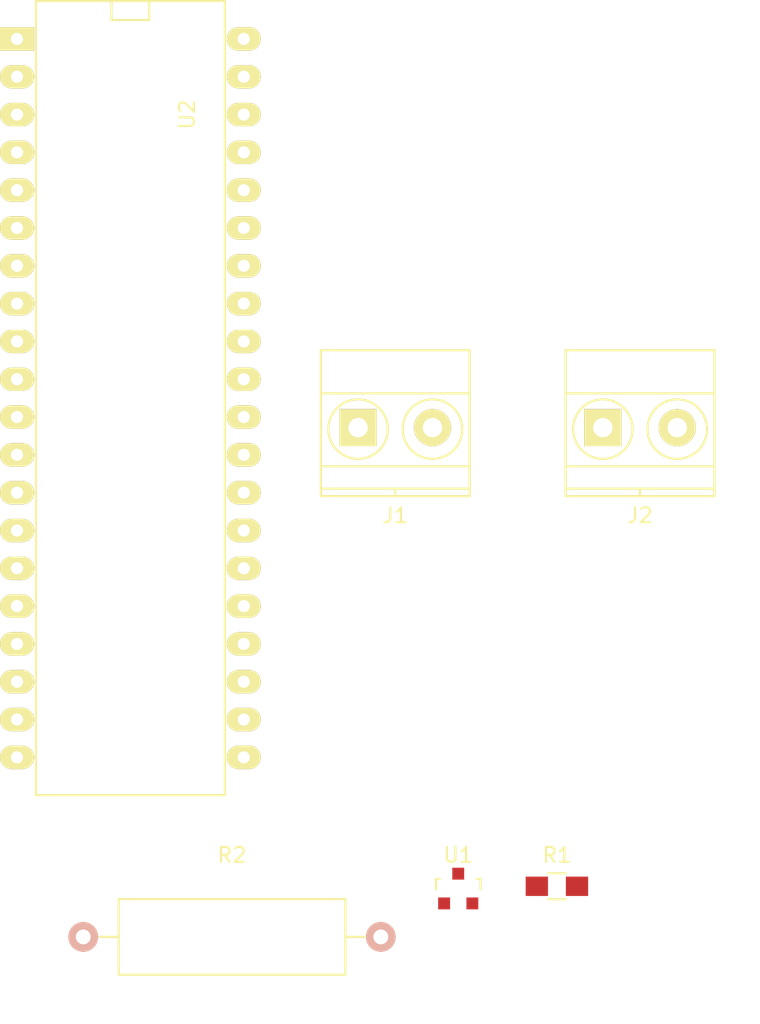
<source format=kicad_pcb>
(kicad_pcb (version 20160815) (host pcbnew 4.1.0-alpha+201609050732+7118~50~ubuntu14.04.1-product)

  (general
    (links 11)
    (no_connects 11)
    (area 0 0 0 0)
    (thickness 1.6)
    (drawings 0)
    (tracks 0)
    (zones 0)
    (modules 6)
    (nets 40)
  )

  (page A4)
  (layers
    (0 F.Cu signal)
    (31 B.Cu signal)
    (32 B.Adhes user)
    (33 F.Adhes user)
    (34 B.Paste user)
    (35 F.Paste user)
    (36 B.SilkS user)
    (37 F.SilkS user)
    (38 B.Mask user)
    (39 F.Mask user)
    (40 Dwgs.User user)
    (41 Cmts.User user)
    (42 Eco1.User user)
    (43 Eco2.User user)
    (44 Edge.Cuts user)
    (45 Margin user)
    (46 B.CrtYd user)
    (47 F.CrtYd user)
    (48 B.Fab user)
    (49 F.Fab user)
  )

  (setup
    (last_trace_width 0.25)
    (trace_clearance 0.2)
    (zone_clearance 0.508)
    (zone_45_only no)
    (trace_min 0.2)
    (segment_width 0.2)
    (edge_width 0.15)
    (via_size 0.8)
    (via_drill 0.4)
    (via_min_size 0.4)
    (via_min_drill 0.3)
    (uvia_size 0.3)
    (uvia_drill 0.1)
    (uvias_allowed no)
    (uvia_min_size 0.2)
    (uvia_min_drill 0.1)
    (pcb_text_width 0.3)
    (pcb_text_size 1.5 1.5)
    (mod_edge_width 0.15)
    (mod_text_size 1 1)
    (mod_text_width 0.15)
    (pad_size 1.524 1.524)
    (pad_drill 0.762)
    (pad_to_mask_clearance 0.2)
    (aux_axis_origin 0 0)
    (visible_elements FFFFFF7F)
    (pcbplotparams
      (layerselection 0x00030_ffffffff)
      (usegerberextensions false)
      (excludeedgelayer true)
      (linewidth 0.100000)
      (plotframeref false)
      (viasonmask false)
      (mode 1)
      (useauxorigin false)
      (hpglpennumber 1)
      (hpglpenspeed 20)
      (hpglpendiameter 15)
      (psnegative false)
      (psa4output false)
      (plotreference true)
      (plotvalue true)
      (plotinvisibletext false)
      (padsonsilk false)
      (subtractmaskfromsilk false)
      (outputformat 1)
      (mirror false)
      (drillshape 1)
      (scaleselection 1)
      (outputdirectory ""))
  )

  (net 0 "")
  (net 1 /ToLoad)
  (net 2 /Vout)
  (net 3 "Net-(U2-Pad22)")
  (net 4 "Net-(U2-Pad23)")
  (net 5 "Net-(U2-Pad24)")
  (net 6 "Net-(U2-Pad26)")
  (net 7 "Net-(U2-Pad1)")
  (net 8 "Net-(U2-Pad2)")
  (net 9 "Net-(U2-Pad3)")
  (net 10 "Net-(U2-Pad4)")
  (net 11 "Net-(U2-Pad5)")
  (net 12 "Net-(U2-Pad6)")
  (net 13 "Net-(U2-Pad7)")
  (net 14 "Net-(U2-Pad8)")
  (net 15 "Net-(U2-Pad9)")
  (net 16 "Net-(U2-Pad10)")
  (net 17 "Net-(U2-Pad11)")
  (net 18 "Net-(U2-Pad12)")
  (net 19 "Net-(U2-Pad13)")
  (net 20 "Net-(U2-Pad14)")
  (net 21 "Net-(U2-Pad15)")
  (net 22 "Net-(U2-Pad16)")
  (net 23 "Net-(U2-Pad17)")
  (net 24 "Net-(U2-Pad18)")
  (net 25 "Net-(U2-Pad20)")
  (net 26 "Net-(U2-Pad21)")
  (net 27 "Net-(U2-Pad27)")
  (net 28 "Net-(U2-Pad28)")
  (net 29 "Net-(U2-Pad29)")
  (net 30 "Net-(U2-Pad30)")
  (net 31 "Net-(U2-Pad31)")
  (net 32 "Net-(U2-Pad32)")
  (net 33 "Net-(U2-Pad33)")
  (net 34 "Net-(U2-Pad34)")
  (net 35 "Net-(U2-Pad35)")
  (net 36 "Net-(U2-Pad36)")
  (net 37 "Net-(U2-Pad37)")
  (net 38 "Net-(J1-Pad1)")
  (net 39 "Net-(J1-Pad2)")

  (net_class Default "This is the default net class."
    (clearance 0.2)
    (trace_width 0.25)
    (via_dia 0.8)
    (via_drill 0.4)
    (uvia_dia 0.3)
    (uvia_drill 0.1)
    (diff_pair_gap 0.25)
    (diff_pair_width 0.2)
    (add_net /ToLoad)
    (add_net /Vout)
    (add_net "Net-(J1-Pad1)")
    (add_net "Net-(J1-Pad2)")
    (add_net "Net-(U2-Pad1)")
    (add_net "Net-(U2-Pad10)")
    (add_net "Net-(U2-Pad11)")
    (add_net "Net-(U2-Pad12)")
    (add_net "Net-(U2-Pad13)")
    (add_net "Net-(U2-Pad14)")
    (add_net "Net-(U2-Pad15)")
    (add_net "Net-(U2-Pad16)")
    (add_net "Net-(U2-Pad17)")
    (add_net "Net-(U2-Pad18)")
    (add_net "Net-(U2-Pad2)")
    (add_net "Net-(U2-Pad20)")
    (add_net "Net-(U2-Pad21)")
    (add_net "Net-(U2-Pad22)")
    (add_net "Net-(U2-Pad23)")
    (add_net "Net-(U2-Pad24)")
    (add_net "Net-(U2-Pad26)")
    (add_net "Net-(U2-Pad27)")
    (add_net "Net-(U2-Pad28)")
    (add_net "Net-(U2-Pad29)")
    (add_net "Net-(U2-Pad3)")
    (add_net "Net-(U2-Pad30)")
    (add_net "Net-(U2-Pad31)")
    (add_net "Net-(U2-Pad32)")
    (add_net "Net-(U2-Pad33)")
    (add_net "Net-(U2-Pad34)")
    (add_net "Net-(U2-Pad35)")
    (add_net "Net-(U2-Pad36)")
    (add_net "Net-(U2-Pad37)")
    (add_net "Net-(U2-Pad4)")
    (add_net "Net-(U2-Pad5)")
    (add_net "Net-(U2-Pad6)")
    (add_net "Net-(U2-Pad7)")
    (add_net "Net-(U2-Pad8)")
    (add_net "Net-(U2-Pad9)")
  )

  (module Resistors_SMD:R_0805_HandSoldering (layer F.Cu) (tedit 54189DEE) (tstamp 59BF562A)
    (at 105.121536 69.939502)
    (descr "Resistor SMD 0805, hand soldering")
    (tags "resistor 0805")
    (path /59BF559D)
    (attr smd)
    (fp_text reference R1 (at 0 -2.1) (layer F.SilkS)
      (effects (font (size 1 1) (thickness 0.15)))
    )
    (fp_text value R (at 0 2.1) (layer F.Fab)
      (effects (font (size 1 1) (thickness 0.15)))
    )
    (fp_line (start -2.4 -1) (end 2.4 -1) (layer F.CrtYd) (width 0.05))
    (fp_line (start -2.4 1) (end 2.4 1) (layer F.CrtYd) (width 0.05))
    (fp_line (start -2.4 -1) (end -2.4 1) (layer F.CrtYd) (width 0.05))
    (fp_line (start 2.4 -1) (end 2.4 1) (layer F.CrtYd) (width 0.05))
    (fp_line (start 0.6 0.875) (end -0.6 0.875) (layer F.SilkS) (width 0.15))
    (fp_line (start -0.6 -0.875) (end 0.6 -0.875) (layer F.SilkS) (width 0.15))
    (pad 1 smd rect (at -1.35 0) (size 1.5 1.3) (layers F.Cu F.Paste F.Mask)
      (net 1 /ToLoad))
    (pad 2 smd rect (at 1.35 0) (size 1.5 1.3) (layers F.Cu F.Paste F.Mask)
      (net 38 "Net-(J1-Pad1)"))
    (model Resistors_SMD.3dshapes/R_0805_HandSoldering.wrl
      (at (xyz 0 0 0))
      (scale (xyz 1 1 1))
      (rotate (xyz 0 0 0))
    )
  )

  (module Resistors_ThroughHole:Resistor_Horizontal_RM20mm (layer F.Cu) (tedit 53F56317) (tstamp 59BF5630)
    (at 83.286025 73.338602)
    (descr "Resistor, Axial, RM 20mm,")
    (tags "Resistor, Axial, RM 20mm,")
    (path /59BBFF78)
    (fp_text reference R2 (at 0 -5.4991) (layer F.SilkS)
      (effects (font (size 1 1) (thickness 0.15)))
    )
    (fp_text value R (at 0 5.00126) (layer F.Fab)
      (effects (font (size 1 1) (thickness 0.15)))
    )
    (fp_line (start -7.62 -2.54) (end -7.62 2.54) (layer F.SilkS) (width 0.15))
    (fp_line (start -7.62 2.54) (end 7.62 2.54) (layer F.SilkS) (width 0.15))
    (fp_line (start 7.62 2.54) (end 7.62 0) (layer F.SilkS) (width 0.15))
    (fp_line (start 7.62 0) (end 7.62 -2.54) (layer F.SilkS) (width 0.15))
    (fp_line (start 7.62 -2.54) (end -7.62 -2.54) (layer F.SilkS) (width 0.15))
    (fp_line (start 8.89 0) (end 7.62 0) (layer F.SilkS) (width 0.15))
    (fp_line (start -8.89 0) (end -7.62 0) (layer F.SilkS) (width 0.15))
    (pad 1 thru_hole circle (at -10 0) (size 1.99898 1.99898) (drill 1.00076) (layers *.Cu *.SilkS *.Mask)
      (net 2 /Vout))
    (pad 2 thru_hole circle (at 10 0) (size 1.99898 1.99898) (drill 1.00076) (layers *.Cu *.SilkS *.Mask)
      (net 39 "Net-(J1-Pad2)"))
    (model Resistors_ThroughHole.3dshapes/Resistor_Horizontal_RM20mm.wrl
      (at (xyz 0 0 0))
      (scale (xyz 0.4 0.4 0.4))
      (rotate (xyz 0 0 0))
    )
  )

  (module Housings_SOT-23_SOT-143_TSOT-6:SOT-23 (layer F.Cu) (tedit 553634F8) (tstamp 59BF5637)
    (at 98.48963 70.089502)
    (descr "SOT-23, Standard")
    (tags SOT-23)
    (path /59BBFCF0)
    (attr smd)
    (fp_text reference U1 (at 0 -2.25) (layer F.SilkS)
      (effects (font (size 1 1) (thickness 0.15)))
    )
    (fp_text value ZXCT1009 (at 0 2.3) (layer F.Fab)
      (effects (font (size 1 1) (thickness 0.15)))
    )
    (fp_line (start -1.65 -1.6) (end 1.65 -1.6) (layer F.CrtYd) (width 0.05))
    (fp_line (start 1.65 -1.6) (end 1.65 1.6) (layer F.CrtYd) (width 0.05))
    (fp_line (start 1.65 1.6) (end -1.65 1.6) (layer F.CrtYd) (width 0.05))
    (fp_line (start -1.65 1.6) (end -1.65 -1.6) (layer F.CrtYd) (width 0.05))
    (fp_line (start 1.29916 -0.65024) (end 1.2509 -0.65024) (layer F.SilkS) (width 0.15))
    (fp_line (start -1.49982 0.0508) (end -1.49982 -0.65024) (layer F.SilkS) (width 0.15))
    (fp_line (start -1.49982 -0.65024) (end -1.2509 -0.65024) (layer F.SilkS) (width 0.15))
    (fp_line (start 1.29916 -0.65024) (end 1.49982 -0.65024) (layer F.SilkS) (width 0.15))
    (fp_line (start 1.49982 -0.65024) (end 1.49982 0.0508) (layer F.SilkS) (width 0.15))
    (pad 1 smd rect (at -0.95 1.00076) (size 0.8001 0.8001) (layers F.Cu F.Paste F.Mask)
      (net 2 /Vout))
    (pad 2 smd rect (at 0.95 1.00076) (size 0.8001 0.8001) (layers F.Cu F.Paste F.Mask)
      (net 38 "Net-(J1-Pad1)"))
    (pad 3 smd rect (at 0 -0.99822) (size 0.8001 0.8001) (layers F.Cu F.Paste F.Mask)
      (net 1 /ToLoad))
    (model Housings_SOT-23_SOT-143_TSOT-6.3dshapes/SOT-23.wrl
      (at (xyz 0 0 0))
      (scale (xyz 1 1 1))
      (rotate (xyz 0 0 0))
    )
  )

  (module Sockets_DIP:DIP-40__600_ELL (layer F.Cu) (tedit 0) (tstamp 59BF5663)
    (at 76.454 37.1475 270)
    (descr "Module Dil 40 pins, pads elliptiques, e=600 mils")
    (tags DIL)
    (path /59CB6E75)
    (fp_text reference U2 (at -19.05 -3.81 270) (layer F.SilkS)
      (effects (font (size 1 1) (thickness 0.15)))
    )
    (fp_text value BP (at 0 2.54 270) (layer F.Fab)
      (effects (font (size 1 1) (thickness 0.15)))
    )
    (fp_line (start -26.67 -1.27) (end -25.4 -1.27) (layer F.SilkS) (width 0.15))
    (fp_line (start -25.4 -1.27) (end -25.4 1.27) (layer F.SilkS) (width 0.15))
    (fp_line (start -25.4 1.27) (end -26.67 1.27) (layer F.SilkS) (width 0.15))
    (fp_line (start -26.67 -6.35) (end 26.67 -6.35) (layer F.SilkS) (width 0.15))
    (fp_line (start 26.67 -6.35) (end 26.67 6.35) (layer F.SilkS) (width 0.15))
    (fp_line (start 26.67 6.35) (end -26.67 6.35) (layer F.SilkS) (width 0.15))
    (fp_line (start -26.67 6.35) (end -26.67 -6.35) (layer F.SilkS) (width 0.15))
    (pad 1 thru_hole rect (at -24.13 7.62 270) (size 1.5748 2.286) (drill 0.8128) (layers *.Cu *.Mask F.SilkS)
      (net 7 "Net-(U2-Pad1)"))
    (pad 2 thru_hole oval (at -21.59 7.62 270) (size 1.5748 2.286) (drill 0.8128) (layers *.Cu *.Mask F.SilkS)
      (net 8 "Net-(U2-Pad2)"))
    (pad 3 thru_hole oval (at -19.05 7.62 270) (size 1.5748 2.286) (drill 0.8128) (layers *.Cu *.Mask F.SilkS)
      (net 9 "Net-(U2-Pad3)"))
    (pad 4 thru_hole oval (at -16.51 7.62 270) (size 1.5748 2.286) (drill 0.8128) (layers *.Cu *.Mask F.SilkS)
      (net 10 "Net-(U2-Pad4)"))
    (pad 5 thru_hole oval (at -13.97 7.62 270) (size 1.5748 2.286) (drill 0.8128) (layers *.Cu *.Mask F.SilkS)
      (net 11 "Net-(U2-Pad5)"))
    (pad 6 thru_hole oval (at -11.43 7.62 270) (size 1.5748 2.286) (drill 0.8128) (layers *.Cu *.Mask F.SilkS)
      (net 12 "Net-(U2-Pad6)"))
    (pad 7 thru_hole oval (at -8.89 7.62 270) (size 1.5748 2.286) (drill 0.8128) (layers *.Cu *.Mask F.SilkS)
      (net 13 "Net-(U2-Pad7)"))
    (pad 8 thru_hole oval (at -6.35 7.62 270) (size 1.5748 2.286) (drill 0.8128) (layers *.Cu *.Mask F.SilkS)
      (net 14 "Net-(U2-Pad8)"))
    (pad 9 thru_hole oval (at -3.81 7.62 270) (size 1.5748 2.286) (drill 0.8128) (layers *.Cu *.Mask F.SilkS)
      (net 15 "Net-(U2-Pad9)"))
    (pad 10 thru_hole oval (at -1.27 7.62 270) (size 1.5748 2.286) (drill 0.8128) (layers *.Cu *.Mask F.SilkS)
      (net 16 "Net-(U2-Pad10)"))
    (pad 11 thru_hole oval (at 1.27 7.62 270) (size 1.5748 2.286) (drill 0.8128) (layers *.Cu *.Mask F.SilkS)
      (net 17 "Net-(U2-Pad11)"))
    (pad 12 thru_hole oval (at 3.81 7.62 270) (size 1.5748 2.286) (drill 0.8128) (layers *.Cu *.Mask F.SilkS)
      (net 18 "Net-(U2-Pad12)"))
    (pad 13 thru_hole oval (at 6.35 7.62 270) (size 1.5748 2.286) (drill 0.8128) (layers *.Cu *.Mask F.SilkS)
      (net 19 "Net-(U2-Pad13)"))
    (pad 14 thru_hole oval (at 8.89 7.62 270) (size 1.5748 2.286) (drill 0.8128) (layers *.Cu *.Mask F.SilkS)
      (net 20 "Net-(U2-Pad14)"))
    (pad 15 thru_hole oval (at 11.43 7.62 270) (size 1.5748 2.286) (drill 0.8128) (layers *.Cu *.Mask F.SilkS)
      (net 21 "Net-(U2-Pad15)"))
    (pad 16 thru_hole oval (at 13.97 7.62 270) (size 1.5748 2.286) (drill 0.8128) (layers *.Cu *.Mask F.SilkS)
      (net 22 "Net-(U2-Pad16)"))
    (pad 17 thru_hole oval (at 16.51 7.62 270) (size 1.5748 2.286) (drill 0.8128) (layers *.Cu *.Mask F.SilkS)
      (net 23 "Net-(U2-Pad17)"))
    (pad 18 thru_hole oval (at 19.05 7.62 270) (size 1.5748 2.286) (drill 0.8128) (layers *.Cu *.Mask F.SilkS)
      (net 24 "Net-(U2-Pad18)"))
    (pad 19 thru_hole oval (at 21.59 7.62 270) (size 1.5748 2.286) (drill 0.8128) (layers *.Cu *.Mask F.SilkS)
      (net 39 "Net-(J1-Pad2)"))
    (pad 20 thru_hole oval (at 24.13 7.62 270) (size 1.5748 2.286) (drill 0.8128) (layers *.Cu *.Mask F.SilkS)
      (net 25 "Net-(U2-Pad20)"))
    (pad 21 thru_hole oval (at 24.13 -7.62 270) (size 1.5748 2.286) (drill 0.8128) (layers *.Cu *.Mask F.SilkS)
      (net 26 "Net-(U2-Pad21)"))
    (pad 22 thru_hole oval (at 21.59 -7.62 270) (size 1.5748 2.286) (drill 0.8128) (layers *.Cu *.Mask F.SilkS)
      (net 3 "Net-(U2-Pad22)"))
    (pad 23 thru_hole oval (at 19.05 -7.62 270) (size 1.5748 2.286) (drill 0.8128) (layers *.Cu *.Mask F.SilkS)
      (net 4 "Net-(U2-Pad23)"))
    (pad 24 thru_hole oval (at 16.51 -7.62 270) (size 1.5748 2.286) (drill 0.8128) (layers *.Cu *.Mask F.SilkS)
      (net 5 "Net-(U2-Pad24)"))
    (pad 25 thru_hole oval (at 13.97 -7.62 270) (size 1.5748 2.286) (drill 0.8128) (layers *.Cu *.Mask F.SilkS)
      (net 2 /Vout))
    (pad 26 thru_hole oval (at 11.43 -7.62 270) (size 1.5748 2.286) (drill 0.8128) (layers *.Cu *.Mask F.SilkS)
      (net 6 "Net-(U2-Pad26)"))
    (pad 27 thru_hole oval (at 8.89 -7.62 270) (size 1.5748 2.286) (drill 0.8128) (layers *.Cu *.Mask F.SilkS)
      (net 27 "Net-(U2-Pad27)"))
    (pad 28 thru_hole oval (at 6.35 -7.62 270) (size 1.5748 2.286) (drill 0.8128) (layers *.Cu *.Mask F.SilkS)
      (net 28 "Net-(U2-Pad28)"))
    (pad 29 thru_hole oval (at 3.81 -7.62 270) (size 1.5748 2.286) (drill 0.8128) (layers *.Cu *.Mask F.SilkS)
      (net 29 "Net-(U2-Pad29)"))
    (pad 30 thru_hole oval (at 1.27 -7.62 270) (size 1.5748 2.286) (drill 0.8128) (layers *.Cu *.Mask F.SilkS)
      (net 30 "Net-(U2-Pad30)"))
    (pad 31 thru_hole oval (at -1.27 -7.62 270) (size 1.5748 2.286) (drill 0.8128) (layers *.Cu *.Mask F.SilkS)
      (net 31 "Net-(U2-Pad31)"))
    (pad 32 thru_hole oval (at -3.81 -7.62 270) (size 1.5748 2.286) (drill 0.8128) (layers *.Cu *.Mask F.SilkS)
      (net 32 "Net-(U2-Pad32)"))
    (pad 33 thru_hole oval (at -6.35 -7.62 270) (size 1.5748 2.286) (drill 0.8128) (layers *.Cu *.Mask F.SilkS)
      (net 33 "Net-(U2-Pad33)"))
    (pad 34 thru_hole oval (at -8.89 -7.62 270) (size 1.5748 2.286) (drill 0.8128) (layers *.Cu *.Mask F.SilkS)
      (net 34 "Net-(U2-Pad34)"))
    (pad 35 thru_hole oval (at -11.43 -7.62 270) (size 1.5748 2.286) (drill 0.8128) (layers *.Cu *.Mask F.SilkS)
      (net 35 "Net-(U2-Pad35)"))
    (pad 36 thru_hole oval (at -13.97 -7.62 270) (size 1.5748 2.286) (drill 0.8128) (layers *.Cu *.Mask F.SilkS)
      (net 36 "Net-(U2-Pad36)"))
    (pad 37 thru_hole oval (at -16.51 -7.62 270) (size 1.5748 2.286) (drill 0.8128) (layers *.Cu *.Mask F.SilkS)
      (net 37 "Net-(U2-Pad37)"))
    (pad 38 thru_hole oval (at -19.05 -7.62 270) (size 1.5748 2.286) (drill 0.8128) (layers *.Cu *.Mask F.SilkS))
    (pad 39 thru_hole oval (at -21.59 -7.62 270) (size 1.5748 2.286) (drill 0.8128) (layers *.Cu *.Mask F.SilkS)
      (net 39 "Net-(J1-Pad2)"))
    (pad 40 thru_hole oval (at -24.13 -7.62 270) (size 1.5748 2.286) (drill 0.8128) (layers *.Cu *.Mask F.SilkS)
      (net 39 "Net-(J1-Pad2)"))
    (model Sockets_DIP.3dshapes/DIP-40__600_ELL.wrl
      (at (xyz 0 0 0))
      (scale (xyz 1 1 1))
      (rotate (xyz 0 0 0))
    )
  )

  (module Terminal_Blocks:TerminalBlock_Pheonix_MKDS1.5-2pol (layer F.Cu) (tedit 563007E4) (tstamp 59CB7B48)
    (at 91.758286 39.127853)
    (descr "2-way 5mm pitch terminal block, Phoenix MKDS series")
    (path /59CB7C36)
    (fp_text reference J1 (at 2.5 5.9) (layer F.SilkS)
      (effects (font (size 1 1) (thickness 0.15)))
    )
    (fp_text value Screw_Terminal_1x02 (at 2.5 -6.6) (layer F.Fab)
      (effects (font (size 1 1) (thickness 0.15)))
    )
    (fp_line (start -2.7 -5.4) (end 7.7 -5.4) (layer F.CrtYd) (width 0.05))
    (fp_line (start -2.7 4.8) (end -2.7 -5.4) (layer F.CrtYd) (width 0.05))
    (fp_line (start 7.7 4.8) (end -2.7 4.8) (layer F.CrtYd) (width 0.05))
    (fp_line (start 7.7 -5.4) (end 7.7 4.8) (layer F.CrtYd) (width 0.05))
    (fp_line (start 2.5 4.1) (end 2.5 4.6) (layer F.SilkS) (width 0.15))
    (fp_circle (center 5 0.1) (end 3 0.1) (layer F.SilkS) (width 0.15))
    (fp_circle (center 0 0.1) (end 2 0.1) (layer F.SilkS) (width 0.15))
    (fp_line (start -2.5 2.6) (end 7.5 2.6) (layer F.SilkS) (width 0.15))
    (fp_line (start -2.5 -2.3) (end 7.5 -2.3) (layer F.SilkS) (width 0.15))
    (fp_line (start -2.5 4.1) (end 7.5 4.1) (layer F.SilkS) (width 0.15))
    (fp_line (start -2.5 4.6) (end 7.5 4.6) (layer F.SilkS) (width 0.15))
    (fp_line (start 7.5 4.6) (end 7.5 -5.2) (layer F.SilkS) (width 0.15))
    (fp_line (start 7.5 -5.2) (end -2.5 -5.2) (layer F.SilkS) (width 0.15))
    (fp_line (start -2.5 -5.2) (end -2.5 4.6) (layer F.SilkS) (width 0.15))
    (pad 1 thru_hole rect (at 0 0) (size 2.5 2.5) (drill 1.3) (layers *.Cu *.Mask F.SilkS)
      (net 38 "Net-(J1-Pad1)"))
    (pad 2 thru_hole circle (at 5 0) (size 2.5 2.5) (drill 1.3) (layers *.Cu *.Mask F.SilkS)
      (net 39 "Net-(J1-Pad2)"))
    (model Terminal_Blocks.3dshapes/TerminalBlock_Pheonix_MKDS1.5-2pol.wrl
      (at (xyz 0.0984 0 0))
      (scale (xyz 1 1 1))
      (rotate (xyz 0 0 0))
    )
  )

  (module Terminal_Blocks:TerminalBlock_Pheonix_MKDS1.5-2pol (layer F.Cu) (tedit 563007E4) (tstamp 59CB7B4E)
    (at 108.208286 39.127853)
    (descr "2-way 5mm pitch terminal block, Phoenix MKDS series")
    (path /59CB7FE2)
    (fp_text reference J2 (at 2.5 5.9) (layer F.SilkS)
      (effects (font (size 1 1) (thickness 0.15)))
    )
    (fp_text value Screw_Terminal_1x02 (at 2.5 -6.6) (layer F.Fab)
      (effects (font (size 1 1) (thickness 0.15)))
    )
    (fp_line (start -2.7 -5.4) (end 7.7 -5.4) (layer F.CrtYd) (width 0.05))
    (fp_line (start -2.7 4.8) (end -2.7 -5.4) (layer F.CrtYd) (width 0.05))
    (fp_line (start 7.7 4.8) (end -2.7 4.8) (layer F.CrtYd) (width 0.05))
    (fp_line (start 7.7 -5.4) (end 7.7 4.8) (layer F.CrtYd) (width 0.05))
    (fp_line (start 2.5 4.1) (end 2.5 4.6) (layer F.SilkS) (width 0.15))
    (fp_circle (center 5 0.1) (end 3 0.1) (layer F.SilkS) (width 0.15))
    (fp_circle (center 0 0.1) (end 2 0.1) (layer F.SilkS) (width 0.15))
    (fp_line (start -2.5 2.6) (end 7.5 2.6) (layer F.SilkS) (width 0.15))
    (fp_line (start -2.5 -2.3) (end 7.5 -2.3) (layer F.SilkS) (width 0.15))
    (fp_line (start -2.5 4.1) (end 7.5 4.1) (layer F.SilkS) (width 0.15))
    (fp_line (start -2.5 4.6) (end 7.5 4.6) (layer F.SilkS) (width 0.15))
    (fp_line (start 7.5 4.6) (end 7.5 -5.2) (layer F.SilkS) (width 0.15))
    (fp_line (start 7.5 -5.2) (end -2.5 -5.2) (layer F.SilkS) (width 0.15))
    (fp_line (start -2.5 -5.2) (end -2.5 4.6) (layer F.SilkS) (width 0.15))
    (pad 1 thru_hole rect (at 0 0) (size 2.5 2.5) (drill 1.3) (layers *.Cu *.Mask F.SilkS)
      (net 39 "Net-(J1-Pad2)"))
    (pad 2 thru_hole circle (at 5 0) (size 2.5 2.5) (drill 1.3) (layers *.Cu *.Mask F.SilkS)
      (net 1 /ToLoad))
    (model Terminal_Blocks.3dshapes/TerminalBlock_Pheonix_MKDS1.5-2pol.wrl
      (at (xyz 0.0984 0 0))
      (scale (xyz 1 1 1))
      (rotate (xyz 0 0 0))
    )
  )

)

</source>
